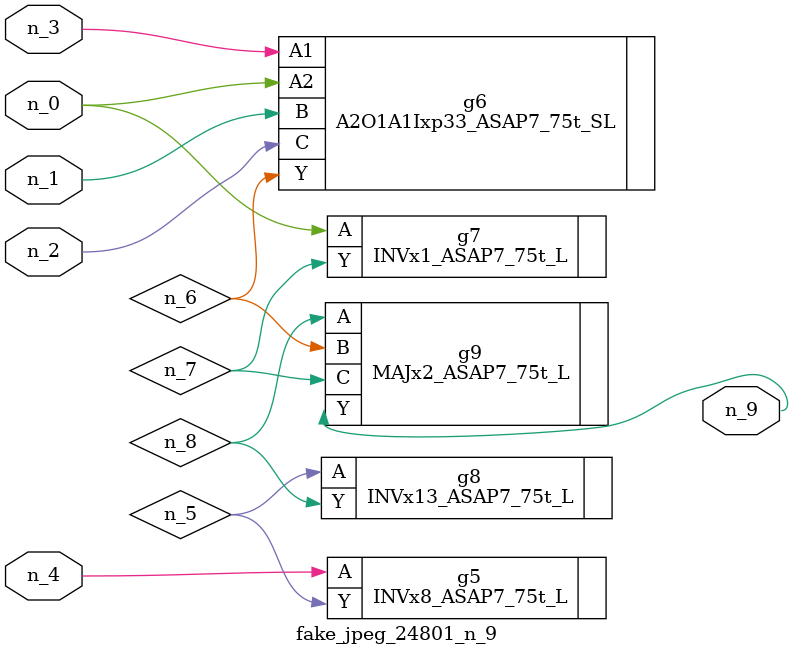
<source format=v>
module fake_jpeg_24801_n_9 (n_3, n_2, n_1, n_0, n_4, n_9);

input n_3;
input n_2;
input n_1;
input n_0;
input n_4;

output n_9;

wire n_8;
wire n_6;
wire n_5;
wire n_7;

INVx8_ASAP7_75t_L g5 ( 
.A(n_4),
.Y(n_5)
);

A2O1A1Ixp33_ASAP7_75t_SL g6 ( 
.A1(n_3),
.A2(n_0),
.B(n_1),
.C(n_2),
.Y(n_6)
);

INVx1_ASAP7_75t_L g7 ( 
.A(n_0),
.Y(n_7)
);

INVx13_ASAP7_75t_L g8 ( 
.A(n_5),
.Y(n_8)
);

MAJx2_ASAP7_75t_L g9 ( 
.A(n_8),
.B(n_6),
.C(n_7),
.Y(n_9)
);


endmodule
</source>
